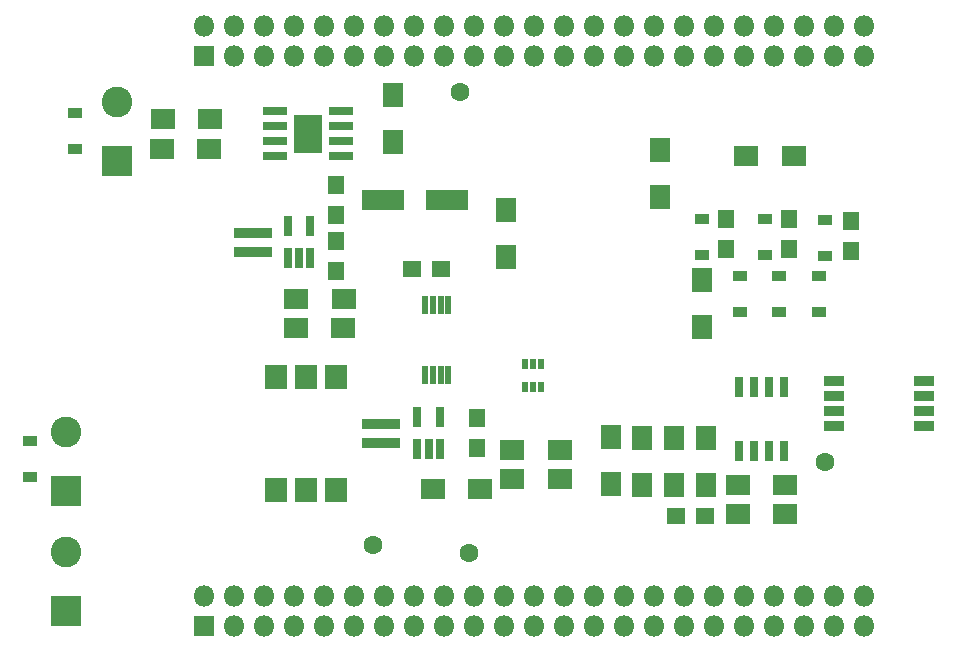
<source format=gbs>
G04 #@! TF.GenerationSoftware,KiCad,Pcbnew,(6.0.0-rc1-dev-159-g1e43773)*
G04 #@! TF.CreationDate,2018-07-25T22:10:03-05:00*
G04 #@! TF.ProjectId,bbb_alien_harness,6262625F616C69656E5F6861726E6573,rev?*
G04 #@! TF.SameCoordinates,Original*
G04 #@! TF.FileFunction,Soldermask,Bot*
G04 #@! TF.FilePolarity,Negative*
%FSLAX46Y46*%
G04 Gerber Fmt 4.6, Leading zero omitted, Abs format (unit mm)*
G04 Created by KiCad (PCBNEW (6.0.0-rc1-dev-159-g1e43773)) date Wed Jul 25 22:10:03 2018*
%MOMM*%
%LPD*%
G01*
G04 APERTURE LIST*
%ADD10R,1.801600X2.101600*%
%ADD11R,0.751600X1.661600*%
%ADD12R,3.301600X0.901600*%
%ADD13C,1.601600*%
%ADD14R,1.301600X0.951600*%
%ADD15R,1.801600X1.801600*%
%ADD16O,1.801600X1.801600*%
%ADD17C,2.601600*%
%ADD18R,2.601600X2.601600*%
%ADD19R,0.701600X1.651600*%
%ADD20R,2.101600X1.801600*%
%ADD21R,1.701600X0.861600*%
%ADD22R,3.601600X1.701600*%
%ADD23R,1.601600X1.351600*%
%ADD24R,1.351600X1.601600*%
%ADD25R,1.881600X2.101600*%
%ADD26R,1.306600X1.651600*%
%ADD27R,2.011600X0.711600*%
%ADD28R,0.551600X1.551600*%
%ADD29R,0.508000X0.914400*%
G04 APERTURE END LIST*
D10*
G04 #@! TO.C,R29*
X138050367Y-95790000D03*
X138050367Y-99790000D03*
G04 #@! TD*
D11*
G04 #@! TO.C,U9*
X104843323Y-93970443D03*
X103893323Y-93970443D03*
X102943323Y-93970443D03*
X102943323Y-91270443D03*
X104843323Y-91270443D03*
G04 #@! TD*
D12*
G04 #@! TO.C,R23*
X99956323Y-93420443D03*
X99956323Y-91820443D03*
G04 #@! TD*
D13*
G04 #@! TO.C,MP2*
X117552567Y-79883000D03*
G04 #@! TD*
G04 #@! TO.C,MP3*
X118289167Y-118897400D03*
G04 #@! TD*
D10*
G04 #@! TO.C,R27*
X134494367Y-84773000D03*
X134494367Y-88773000D03*
G04 #@! TD*
D14*
G04 #@! TO.C,D4*
X81154367Y-112523000D03*
X81154367Y-109473000D03*
G04 #@! TD*
G04 #@! TO.C,D5*
X84964367Y-81660000D03*
X84964367Y-84710000D03*
G04 #@! TD*
D15*
G04 #@! TO.C,P4*
X95885000Y-125095000D03*
D16*
X95885000Y-122555000D03*
X98425000Y-125095000D03*
X98425000Y-122555000D03*
X100965000Y-125095000D03*
X100965000Y-122555000D03*
X103505000Y-125095000D03*
X103505000Y-122555000D03*
X106045000Y-125095000D03*
X106045000Y-122555000D03*
X108585000Y-125095000D03*
X108585000Y-122555000D03*
X111125000Y-125095000D03*
X111125000Y-122555000D03*
X113665000Y-125095000D03*
X113665000Y-122555000D03*
X116205000Y-125095000D03*
X116205000Y-122555000D03*
X118745000Y-125095000D03*
X118745000Y-122555000D03*
X121285000Y-125095000D03*
X121285000Y-122555000D03*
X123825000Y-125095000D03*
X123825000Y-122555000D03*
X126365000Y-125095000D03*
X126365000Y-122555000D03*
X128905000Y-125095000D03*
X128905000Y-122555000D03*
X131445000Y-125095000D03*
X131445000Y-122555000D03*
X133985000Y-125095000D03*
X133985000Y-122555000D03*
X136525000Y-125095000D03*
X136525000Y-122555000D03*
X139065000Y-125095000D03*
X139065000Y-122555000D03*
X141605000Y-125095000D03*
X141605000Y-122555000D03*
X144145000Y-125095000D03*
X144145000Y-122555000D03*
X146685000Y-125095000D03*
X146685000Y-122555000D03*
X149225000Y-125095000D03*
X149225000Y-122555000D03*
X151765000Y-125095000D03*
X151765000Y-122555000D03*
G04 #@! TD*
G04 #@! TO.C,P3*
X151765000Y-74295000D03*
X151765000Y-76835000D03*
X149225000Y-74295000D03*
X149225000Y-76835000D03*
X146685000Y-74295000D03*
X146685000Y-76835000D03*
X144145000Y-74295000D03*
X144145000Y-76835000D03*
X141605000Y-74295000D03*
X141605000Y-76835000D03*
X139065000Y-74295000D03*
X139065000Y-76835000D03*
X136525000Y-74295000D03*
X136525000Y-76835000D03*
X133985000Y-74295000D03*
X133985000Y-76835000D03*
X131445000Y-74295000D03*
X131445000Y-76835000D03*
X128905000Y-74295000D03*
X128905000Y-76835000D03*
X126365000Y-74295000D03*
X126365000Y-76835000D03*
X123825000Y-74295000D03*
X123825000Y-76835000D03*
X121285000Y-74295000D03*
X121285000Y-76835000D03*
X118745000Y-74295000D03*
X118745000Y-76835000D03*
X116205000Y-74295000D03*
X116205000Y-76835000D03*
X113665000Y-74295000D03*
X113665000Y-76835000D03*
X111125000Y-74295000D03*
X111125000Y-76835000D03*
X108585000Y-74295000D03*
X108585000Y-76835000D03*
X106045000Y-74295000D03*
X106045000Y-76835000D03*
X103505000Y-74295000D03*
X103505000Y-76835000D03*
X100965000Y-74295000D03*
X100965000Y-76835000D03*
X98425000Y-74295000D03*
X98425000Y-76835000D03*
X95885000Y-74295000D03*
D15*
X95885000Y-76835000D03*
G04 #@! TD*
D17*
G04 #@! TO.C,PWR1*
X84175600Y-118825000D03*
D18*
X84175600Y-123825000D03*
G04 #@! TD*
G04 #@! TO.C,P2*
X88493600Y-85725000D03*
D17*
X88493600Y-80725000D03*
G04 #@! TD*
G04 #@! TO.C,P1*
X84175600Y-108665000D03*
D18*
X84175600Y-113665000D03*
G04 #@! TD*
D13*
G04 #@! TO.C,MP4*
X148464367Y-111201200D03*
G04 #@! TD*
D12*
G04 #@! TO.C,R22*
X110820758Y-109574300D03*
X110820758Y-107974300D03*
G04 #@! TD*
D19*
G04 #@! TO.C,U5*
X141149167Y-110294400D03*
X142419167Y-110294400D03*
X143689167Y-110294400D03*
X144959167Y-110294400D03*
X144959167Y-104894400D03*
X143689167Y-104894400D03*
X142419167Y-104894400D03*
X141149167Y-104894400D03*
G04 #@! TD*
D20*
G04 #@! TO.C,R28*
X107614567Y-99898200D03*
X103614567Y-99898200D03*
G04 #@! TD*
D21*
G04 #@! TO.C,S1*
X149226367Y-104394000D03*
X156846367Y-108204000D03*
X149226367Y-105664000D03*
X156846367Y-106934000D03*
X149226367Y-106934000D03*
X156846367Y-105664000D03*
X149226367Y-108204000D03*
X156846367Y-104394000D03*
G04 #@! TD*
D13*
G04 #@! TO.C,MP1*
X110161167Y-118211600D03*
G04 #@! TD*
D22*
G04 #@! TO.C,C14*
X111017167Y-89001600D03*
X116417167Y-89001600D03*
G04 #@! TD*
D23*
G04 #@! TO.C,C7*
X138284367Y-115824000D03*
X135784367Y-115824000D03*
G04 #@! TD*
D24*
G04 #@! TO.C,C13*
X107062367Y-90277000D03*
X107062367Y-87777000D03*
G04 #@! TD*
G04 #@! TO.C,C21*
X140082367Y-93186658D03*
X140082367Y-90686658D03*
G04 #@! TD*
G04 #@! TO.C,C15*
X118949567Y-110038200D03*
X118949567Y-107538200D03*
G04 #@! TD*
G04 #@! TO.C,C16*
X107011567Y-95026800D03*
X107011567Y-92526800D03*
G04 #@! TD*
D23*
G04 #@! TO.C,C17*
X113432367Y-94869000D03*
X115932367Y-94869000D03*
G04 #@! TD*
D24*
G04 #@! TO.C,C18*
X150623367Y-93325000D03*
X150623367Y-90825000D03*
G04 #@! TD*
G04 #@! TO.C,C19*
X145416367Y-90678000D03*
X145416367Y-93178000D03*
G04 #@! TD*
D25*
G04 #@! TO.C,U12*
X101904800Y-113553200D03*
X106984800Y-104023200D03*
X104444800Y-113553200D03*
X104444800Y-104023200D03*
X106984800Y-113553200D03*
X101904800Y-104023200D03*
G04 #@! TD*
D26*
G04 #@! TO.C,U7*
X105225100Y-82664000D03*
X105225100Y-84214000D03*
X104020100Y-82664000D03*
X104020100Y-84214000D03*
D27*
X101842600Y-81534000D03*
X101842600Y-82804000D03*
X101842600Y-84074000D03*
X101842600Y-85344000D03*
X107402600Y-85344000D03*
X107402600Y-84074000D03*
X107402600Y-82804000D03*
X107402600Y-81534000D03*
G04 #@! TD*
D28*
G04 #@! TO.C,U10*
X116520967Y-97964200D03*
X115870967Y-97964200D03*
X115220967Y-97964200D03*
X114570967Y-97964200D03*
X114570967Y-103864200D03*
X115220967Y-103864200D03*
X115870967Y-103864200D03*
X116520967Y-103864200D03*
G04 #@! TD*
D10*
G04 #@! TO.C,R9*
X130303367Y-109125000D03*
X130303367Y-113125000D03*
G04 #@! TD*
D20*
G04 #@! TO.C,R3*
X121953367Y-110236000D03*
X125953367Y-110236000D03*
G04 #@! TD*
G04 #@! TO.C,R2*
X121953367Y-112649000D03*
X125953367Y-112649000D03*
G04 #@! TD*
D10*
G04 #@! TO.C,R11*
X135662767Y-109175800D03*
X135662767Y-113175800D03*
G04 #@! TD*
G04 #@! TO.C,R10*
X132970367Y-113175800D03*
X132970367Y-109175800D03*
G04 #@! TD*
D20*
G04 #@! TO.C,R25*
X103665367Y-97409000D03*
X107665367Y-97409000D03*
G04 #@! TD*
G04 #@! TO.C,R26*
X141765367Y-85344000D03*
X145765367Y-85344000D03*
G04 #@! TD*
G04 #@! TO.C,R24*
X115196967Y-113512600D03*
X119196967Y-113512600D03*
G04 #@! TD*
G04 #@! TO.C,R21*
X96303600Y-84709000D03*
X92303600Y-84709000D03*
G04 #@! TD*
G04 #@! TO.C,R20*
X92335600Y-82169000D03*
X96335600Y-82169000D03*
G04 #@! TD*
D10*
G04 #@! TO.C,R19*
X111888367Y-80169000D03*
X111888367Y-84169000D03*
G04 #@! TD*
G04 #@! TO.C,R18*
X121438767Y-93897200D03*
X121438767Y-89897200D03*
G04 #@! TD*
D20*
G04 #@! TO.C,R14*
X145054167Y-113182400D03*
X141054167Y-113182400D03*
G04 #@! TD*
G04 #@! TO.C,R13*
X141054167Y-115595400D03*
X145054167Y-115595400D03*
G04 #@! TD*
D10*
G04 #@! TO.C,R12*
X138355167Y-109175800D03*
X138355167Y-113175800D03*
G04 #@! TD*
D11*
G04 #@! TO.C,U8*
X115802826Y-107430637D03*
X113902826Y-107430637D03*
X113902826Y-110130637D03*
X114852826Y-110130637D03*
X115802826Y-110130637D03*
G04 #@! TD*
D14*
G04 #@! TO.C,D14*
X138050367Y-90629658D03*
X138050367Y-93679658D03*
G04 #@! TD*
G04 #@! TO.C,D13*
X141225367Y-98553000D03*
X141225367Y-95503000D03*
G04 #@! TD*
G04 #@! TO.C,D12*
X143384367Y-90621000D03*
X143384367Y-93671000D03*
G04 #@! TD*
G04 #@! TO.C,D11*
X144527367Y-98553000D03*
X144527367Y-95503000D03*
G04 #@! TD*
G04 #@! TO.C,D10*
X148464367Y-90768000D03*
X148464367Y-93818000D03*
G04 #@! TD*
G04 #@! TO.C,D9*
X147956367Y-98553000D03*
X147956367Y-95503000D03*
G04 #@! TD*
D29*
G04 #@! TO.C,U11*
X124359767Y-104851200D03*
X123699367Y-104851200D03*
X123038967Y-104851200D03*
X123038967Y-102920800D03*
X123699367Y-102920800D03*
X124359767Y-102920800D03*
G04 #@! TD*
M02*

</source>
